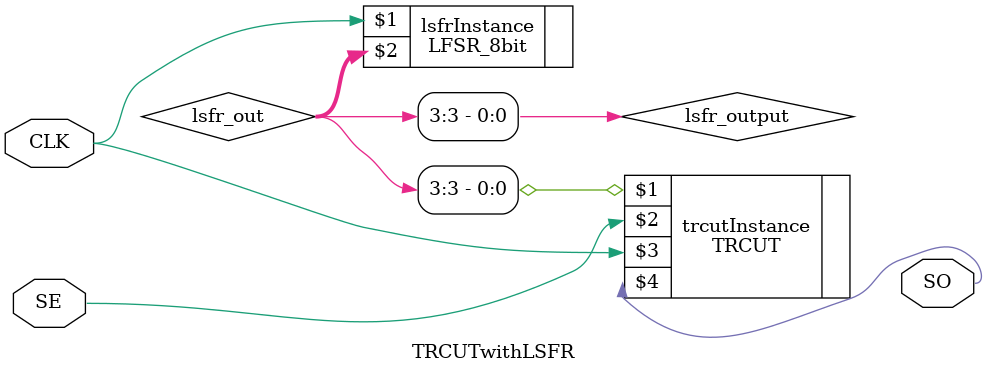
<source format=v>
`timescale 1ns/1ps

module TRCUTwithLSFR(SE,CLK,SO);

	// input signals
	input SE, CLK;
	
	// output signal
	output SO;
	
	// Necessary wires for connections between instances
	wire SE, CLK, SO;
	
	// Bus wire for lsfr circuit
	wire [7:0] lsfr_out;
	
	// LSFR instance
	LFSR_8bit lsfrInstance(CLK, lsfr_out);
	
	// Single output from the LSFR as a serial input in TRCUT circuit
	wire lsfr_output = lsfr_out[3];
	
	// TRCUT instance
	TRCUT trcutInstance(lsfr_output, SE, CLK, SO);
	
endmodule
</source>
